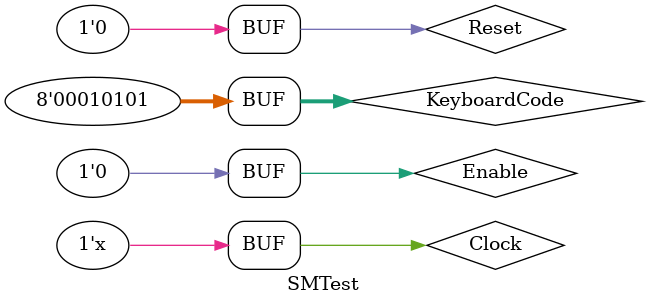
<source format=v>
`timescale 1ns / 1ps


module SMTest;

	// Inputs
	reg [7:0] KeyboardCode;
	reg Enable;
	reg Clock;
	reg Reset;

	// Outputs
	wire [15:0] M;

	// Instantiate the Unit Under Test (UUT)
	SoundSM uut (
		.Keycode(KeyboardCode), 
		.Enable(Enable),
		.Clock(Clock), 
		.Reset(Reset), 
		.M(M)
	);
	
	always
		#5 Clock = ~Clock;

	initial begin
		// Initialize Inputs
		KeyboardCode = 0;
		Clock = 0;
		Reset = 0;

		// Wait 100 ns for global reset to finish
		#101;
		
		#250 KeyboardCode = 8'h15;
		Enable = 1;
		#10 Enable = 0;
		
		#250 KeyboardCode = 8'hF0;
		Enable = 1;
		#10 Enable = 0;
		
		#250 KeyboardCode = 8'h15;
		Enable = 1;
		#10 Enable = 0;
		
		#250 KeyboardCode = 8'h00;
		Enable = 1;
		#10 Enable = 0;
		
		#250 KeyboardCode = 8'h15;
		Enable = 1;
		#10 Enable = 0;
		
		#250 KeyboardCode = 8'hF0;
		Enable = 1;
		#10 Enable = 0;
		
		#250 KeyboardCode = 8'h15;
		Enable = 1;
		#10 Enable = 0;
        
		// Add stimulus here

	end
      
endmodule


</source>
